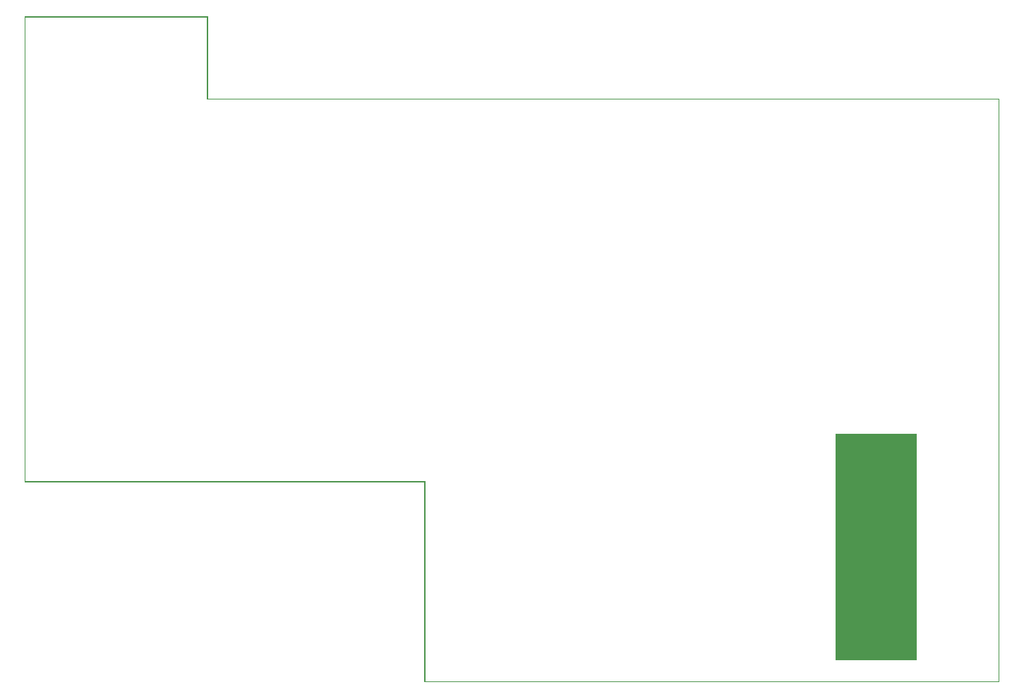
<source format=gbo>
G04*
G04 Format:               Gerber RS-274X*
G04 Export Settings:      OSH Park*
G04 Layer:                BottomSilkscreen*
G04 This File Name:       576NUC_FujiNet_V1.6.gbo*
G04 Source File Name:     576NUC_FujiNet_V1.6.rrb*
G04 Unique ID:            d1145678-c053-40f8-9390-8959fa1d921f*
G04 Generated Date:       Saturday, 09 October 2021 17:44:57*
G04*
G04 Created Using:        Robot Room Copper Connection v3.0.5875*
G04 Software Contact:     http://www.robotroom.com/CopperConnection/Support.aspx*
G04 License Number:       2194*
G04*
G04 Zero Suppression:     Leading*
G04 Number Precision:     2.4*
G04*
%FSLAX24Y24*%
%MOIN*%
%LNBottomSilkscreen*%
%ADD10C,.056*%
%ADD11C,.063*%
%ADD12C,.065*%
%ADD13C,.075*%
%ADD14C,.084*%
%ADD15C,.1*%
%ADD16C,.115*%
%ADD17C,.13*%
%ADD18C,.15*%
%ADD19R,.006X.006*%
%ADD20R,.056X.056*%
%ADD21R,.065X.065*%
%ADD22R,.13X.13*%
G36*
G01X38281Y11708D02*
X42125D01*
Y1021D01*
X38281D01*
Y11708D01*
G37*
%LPC*%
D10*
X15620Y11290D03*
X43850Y13360D03*
Y15360D03*
X12380Y13530D03*
X43850Y17360D03*
X12380Y14530D03*
Y15530D03*
Y16530D03*
Y17530D03*
Y18530D03*
X9380D03*
Y17530D03*
Y16530D03*
Y15530D03*
Y14530D03*
Y13530D03*
Y12530D03*
X18120Y13530D03*
Y14530D03*
Y15530D03*
Y16530D03*
Y17530D03*
Y18530D03*
X15120D03*
Y17530D03*
Y16530D03*
Y15530D03*
Y14530D03*
Y13530D03*
Y12530D03*
X750Y18100D03*
X33250Y660D03*
Y2660D03*
X8880Y22240D03*
X750Y19100D03*
X13620Y22240D03*
X17620Y11290D03*
X9880D03*
X11880D03*
X8880Y24160D03*
Y26160D03*
X18750Y24660D03*
X17750D03*
Y21160D03*
X18750D03*
X19750D03*
Y24660D03*
X20750D03*
Y21160D03*
X40900Y17360D03*
X37400D03*
X40900Y15360D03*
X37400D03*
X40900Y13360D03*
X37400D03*
X30560Y21160D03*
X33250Y5870D03*
X13750Y13530D03*
Y17030D03*
X29560Y21160D03*
X28560D03*
X27560D03*
X33250Y3810D03*
X26560Y21160D03*
X25560D03*
X24560D03*
X23560D03*
X22560D03*
D11*
X36750Y1860D03*
D12*
X31500Y6660D03*
Y5660D03*
Y4660D03*
Y3660D03*
Y2660D03*
X3700Y11410D03*
X6030Y16430D03*
Y15430D03*
Y14430D03*
Y13430D03*
Y12430D03*
Y11430D03*
Y17430D03*
Y18430D03*
Y19430D03*
Y20430D03*
Y21430D03*
Y22430D03*
Y23430D03*
X31500Y1660D03*
Y7660D03*
Y8660D03*
Y9660D03*
Y10660D03*
Y11660D03*
Y12660D03*
Y13660D03*
X21500Y660D03*
X31500Y14660D03*
Y15660D03*
Y16660D03*
Y17660D03*
Y18660D03*
X21500Y1660D03*
Y2660D03*
Y3660D03*
Y4660D03*
Y5660D03*
Y6660D03*
Y7660D03*
Y8660D03*
Y9660D03*
Y10660D03*
Y11660D03*
Y12660D03*
Y13660D03*
Y14660D03*
X3700Y12410D03*
Y13410D03*
Y14410D03*
X21500Y15660D03*
Y16660D03*
Y17660D03*
Y18660D03*
X1500Y11410D03*
Y12410D03*
Y13410D03*
D13*
X1070Y23460D03*
Y21700D03*
X44930Y24410D03*
Y26170D03*
Y20510D03*
Y22270D03*
D14*
X36750Y10060D03*
D15*
X2050Y23960D03*
Y21200D03*
X43950Y23910D03*
Y26670D03*
Y20010D03*
Y22770D03*
D16*
X1850Y29210D03*
Y27210D03*
D17*
X6850Y30060D03*
Y28210D03*
D18*
X34600Y16560D03*
D20*
X31560Y21160D03*
X43850Y14360D03*
X12380Y12530D03*
X43850Y16360D03*
Y18360D03*
X18120Y12530D03*
X3250Y18100D03*
X8880Y23030D03*
X3250Y19100D03*
X13620Y23030D03*
X33250Y6660D03*
Y4600D03*
D21*
X3700Y10410D03*
X6030Y10430D03*
X31500Y660D03*
X1500Y10410D03*
D22*
X6850Y26360D03*
%LPD*%
D19*
X0Y31410D02*
X8620D01*
Y27530D01*
X46000D01*
Y0D01*
X18880D01*
Y9440D01*
X0D01*
Y31410D01*
M02*

</source>
